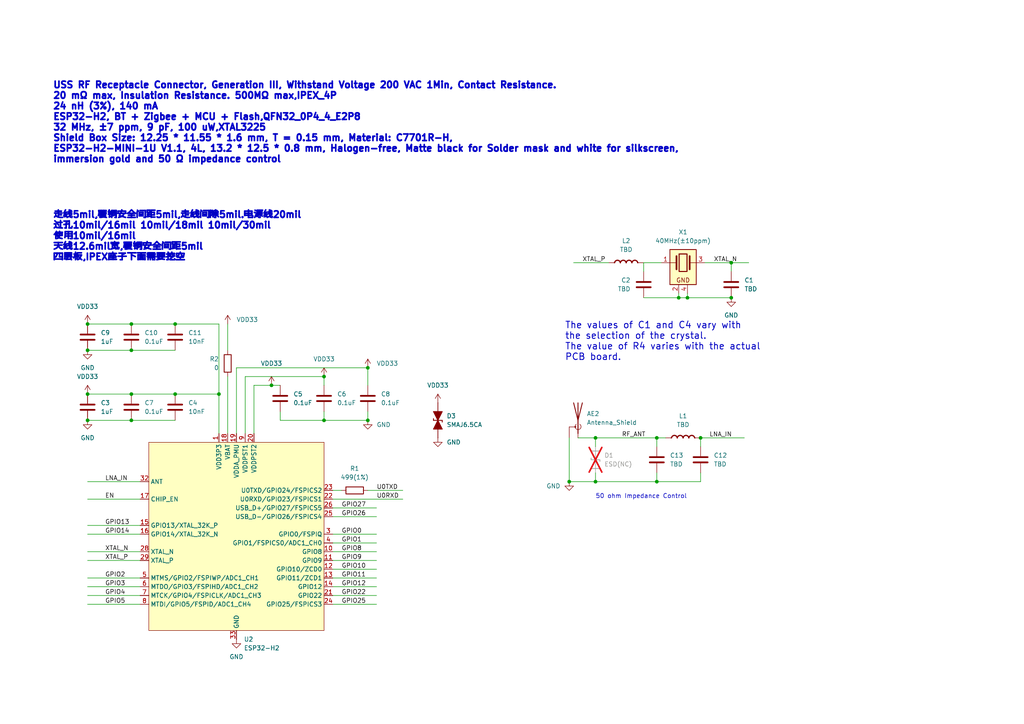
<source format=kicad_sch>
(kicad_sch (version 20250114) (generator "eeschema") (generator_version "9.0")
  (paper "A4")
  (lib_symbols
    (symbol "Device:Antenna_Shield" (pin_numbers (hide yes)) (pin_names (offset 1.016) (hide yes))
      (property "Reference" "AE" (at -1.905 4.445 0))
      (property "Value" "Antenna_Shield" (at -1.905 2.54 0))
      (symbol "Antenna_Shield_0_1"
        (arc (start 0 -2.667) (mid -0.8485 -2.1032) (end -0.508 -1.143))
        (polyline (pts (xy 0 5.08) (xy 0 -3.81)) (stroke (width 0.254)))
        (polyline (pts (xy 0 -2.54) (xy 0 0)))
        (arc (start 0.508 -1.143) (mid 0.8046 -2.0885) (end 0 -2.667))
        (polyline (pts (xy 0.762 -1.905) (xy 2.54 -1.905)))
        (circle (center 0.762 -1.905) (radius 0.1778) (fill (type outline)))
        (polyline (pts (xy 1.27 5.08) (xy 0 0) (xy -1.27 5.08)) (stroke (width 0.254)))
        (polyline (pts (xy 2.54 -2.54) (xy 2.54 -1.905)))
      )
      (symbol "Antenna_Shield_1_1"
        (pin input line (at 0 -5.08 90) (length 2.54) (name "A") (number "1"))
        (pin input line (at 2.54 -5.08 90) (length 2.54) (name "Shield") (number "2"))
      )
    )
    (symbol "Diode:ESD9B5.0ST5G" (pin_numbers (hide yes)) (pin_names (offset 1.016) (hide yes))
      (property "Reference" "D" (at 0 2.54 0))
      (property "Value" "ESD9B5.0ST5G" (at 0 -2.54 0))
      (symbol "ESD9B5.0ST5G_0_1"
        (polyline (pts (xy -2.54 -1.27) (xy 0 0) (xy -2.54 1.27) (xy -2.54 -1.27)) (stroke (width 0.2032)))
        (polyline (pts (xy 0.508 1.27) (xy 0 1.27) (xy 0 -1.27) (xy -0.508 -1.27)) (stroke (width 0.2032)))
        (polyline (pts (xy 1.27 0) (xy -1.27 0)))
        (polyline (pts (xy 2.54 1.27) (xy 2.54 -1.27) (xy 0 0) (xy 2.54 1.27)) (stroke (width 0.2032)))
      )
      (symbol "ESD9B5.0ST5G_1_1"
        (pin passive line (at -3.81 0 0) (length 2.54) (name "A1") (number "1"))
        (pin passive line (at 3.81 0 180) (length 2.54) (name "A2") (number "2"))
      )
    )
    (symbol "PCM_Capacitor_AKL:C_1206" (pin_numbers (hide yes)) (pin_names (offset 0.254))
      (property "Reference" "C" (at 0.635 2.54 0))
      (property "Value" "C_1206" (at 0.635 -2.54 0))
      (symbol "C_1206_0_1"
        (polyline (pts (xy -2.032 0.762) (xy 2.032 0.762)) (stroke (width 0.508)))
        (polyline (pts (xy -2.032 -0.762) (xy 2.032 -0.762)) (stroke (width 0.508)))
      )
      (symbol "C_1206_0_2"
        (polyline (pts (xy -2.54 -2.54) (xy -0.381 -0.381)))
        (polyline (pts (xy -0.508 -0.508) (xy -1.651 0.635)) (stroke (width 0.508)))
        (polyline (pts (xy -0.508 -0.508) (xy 0.635 -1.651)) (stroke (width 0.508)))
        (polyline (pts (xy 0.381 0.381) (xy 2.54 2.54)))
        (polyline (pts (xy 0.508 0.508) (xy -0.635 1.651)) (stroke (width 0.508)))
        (polyline (pts (xy 0.508 0.508) (xy 1.651 -0.635)) (stroke (width 0.508)))
      )
      (symbol "C_1206_1_1"
        (pin passive line (at 0 3.81 270) (length 2.794) (name "~") (number "1"))
        (pin passive line (at 0 -3.81 90) (length 2.794) (name "~") (number "2"))
      )
      (symbol "C_1206_1_2"
        (pin passive line (at -2.54 -2.54 90) (length 0) (name "~") (number "2"))
        (pin passive line (at 2.54 2.54 270) (length 0) (name "~") (number "1"))
      )
    )
    (symbol "PCM_Crystal_AKL:SMD3225-4" (pin_names (offset 1.016) (hide yes))
      (property "Reference" "X" (at 0 8.89 0))
      (property "Value" "SMD3225-4" (at 0 6.35 0))
      (symbol "SMD3225-4_0_1"
        (rectangle (start -3.81 3.81) (end 3.81 -6.35) (stroke (width 0.254)) (fill (type background)))
        (polyline (pts (xy -3.81 0) (xy -1.905 0)))
        (polyline (pts (xy -1.905 -1.905) (xy -1.905 1.905)) (stroke (width 0.508)))
        (rectangle (start -1.143 2.54) (end 1.143 -2.54) (stroke (width 0.3048)))
        (polyline (pts (xy 1.905 -1.905) (xy 1.905 1.905)) (stroke (width 0.508)))
        (polyline (pts (xy 3.81 0) (xy 1.905 0)))
        (text "GND" (at 0 -5.08 0) (effects (font (size 1.27 1.27))))
      )
      (symbol "SMD3225-4_1_1"
        (pin passive line (at -6.35 0 0) (length 2.54) (name "1") (number "1"))
        (pin passive line (at -1.27 -8.89 90) (length 2.54) (name "2") (number "2"))
        (pin passive line (at 1.27 -8.89 90) (length 2.54) (name "4") (number "4"))
        (pin passive line (at 6.35 0 180) (length 2.54) (name "3") (number "3"))
      )
    )
    (symbol "PCM_Diode_TVS_AKL:SMAJ6.5CA" (pin_numbers (hide yes)) (pin_names (offset 1.016) (hide yes))
      (property "Reference" "D" (at 0 5.08 0))
      (property "Value" "SMAJ6.5CA" (at 0 2.54 0))
      (symbol "SMAJ6.5CA_0_1"
        (polyline (pts (xy 0 1.27) (xy 0 -1.27)) (stroke (width 0.254)))
        (polyline (pts (xy 0 1.27) (xy 0.508 1.27)) (stroke (width 0.254)))
        (polyline (pts (xy 0 0) (xy -2.54 1.27) (xy -2.54 -1.27) (xy 0 0)) (stroke (width 0.254)) (fill (type outline)))
        (polyline (pts (xy 0 -1.27) (xy -0.508 -1.27)) (stroke (width 0.254)))
        (polyline (pts (xy 1.27 0) (xy -1.27 0)))
        (polyline (pts (xy 2.54 1.27) (xy 2.54 -1.27) (xy 0 0) (xy 2.54 1.27)) (stroke (width 0.254)) (fill (type outline)))
      )
      (symbol "SMAJ6.5CA_0_2"
        (polyline (pts (xy -3.81 -3.81) (xy 3.81 3.81)))
        (polyline (pts (xy -1.778 -1.778) (xy -2.667 -0.889) (xy 0 0) (xy -0.889 -2.667) (xy -1.778 -1.778)) (stroke (width 0.254)) (fill (type outline)))
        (polyline (pts (xy -0.889 0.889) (xy -1.27 0.508)) (stroke (width 0.254)))
        (polyline (pts (xy -0.889 0.889) (xy 0.889 -0.889)) (stroke (width 0.254)))
        (polyline (pts (xy 0.889 -0.889) (xy 1.27 -0.508)) (stroke (width 0.254)))
        (polyline (pts (xy 1.778 1.778) (xy 2.667 0.889) (xy 0 0) (xy 0.889 2.667) (xy 1.778 1.778)) (stroke (width 0.254)) (fill (type outline)))
      )
      (symbol "SMAJ6.5CA_1_1"
        (pin passive line (at -5.08 0 0) (length 2.54) (name "K") (number "1"))
        (pin passive line (at 5.08 0 180) (length 2.54) (name "A") (number "2"))
      )
      (symbol "SMAJ6.5CA_1_2"
        (pin passive line (at -3.81 -3.81 0) (length 0) (name "A") (number "2"))
        (pin passive line (at 3.81 3.81 180) (length 0) (name "K") (number "1"))
      )
    )
    (symbol "PCM_Elektuur:L" (pin_numbers (hide yes)) (pin_names (offset 0) (hide yes))
      (property "Reference" "L" (at 2.54 3.175 0))
      (property "Value" "L" (at 2.54 -3.175 0))
      (symbol "L_1_0"
        (arc (start 0 3.302) (mid 0.6604 2.5146) (end 0 1.7272) (stroke (width 0.254)))
        (arc (start 0 1.6256) (mid 0.6604 0.8382) (end 0 0.0508) (stroke (width 0.254)))
        (arc (start 0 -0.0508) (mid 0.6604 -0.8382) (end 0 -1.6256) (stroke (width 0.254)))
        (arc (start 0 -1.7272) (mid 0.6604 -2.5146) (end 0 -3.302) (stroke (width 0.254)))
        (arc (start 0 3.4036) (mid 0.762 2.5146) (end 0 1.6256) (stroke (width 0.254)))
        (arc (start 0 1.7272) (mid 0.762 0.8382) (end 0 -0.0508) (stroke (width 0.254)))
        (arc (start 0 0.0508) (mid 0.762 -0.8382) (end 0 -1.7272) (stroke (width 0.254)))
        (arc (start 0 -1.6256) (mid 0.762 -2.5146) (end 0 -3.4036) (stroke (width 0.254)))
        (polyline (pts (xy 0 3.5052) (xy 0 3.302)) (stroke (width 0.254)))
        (polyline (pts (xy 0 1.7272) (xy 0 1.6256)) (stroke (width 0.254)))
        (polyline (pts (xy 0 0.0508) (xy 0 -0.0508)) (stroke (width 0.254)))
        (polyline (pts (xy 0 -1.6256) (xy 0 -1.7272)) (stroke (width 0.254)))
        (polyline (pts (xy 0 -3.302) (xy 0 -3.5052)) (stroke (width 0.254)))
        (pin passive line (at 0 5.08 270) (length 1.5748) (name "+") (number "1"))
        (pin passive line (at 0 -5.08 90) (length 1.5748) (name "-") (number "2"))
      )
      (symbol "L_1_2"
        (rectangle (start 1.524 3.3782) (end 1.9812 -3.3782) (stroke (width 0.254)) (fill (type outline)))
      )
      (symbol "L_1_3"
        (rectangle (start 1.524 3.0988) (end 1.9812 1.9304) (stroke (width 0.254)) (fill (type outline)))
        (rectangle (start 1.524 1.4224) (end 1.9812 0.254) (stroke (width 0.254)) (fill (type outline)))
        (rectangle (start 1.524 -0.254) (end 1.9812 -1.4224) (stroke (width 0.254)) (fill (type outline)))
        (rectangle (start 1.524 -1.9304) (end 1.9812 -3.0988) (stroke (width 0.254)) (fill (type outline)))
      )
    )
    (symbol "PCM_Espressif:ESP32-H2"
      (property "Reference" "U" (at -25.4 30.48 0))
      (property "Value" "ESP32-H2" (at 20.32 30.48 0))
      (symbol "ESP32-H2_0_1"
        (rectangle (start -25.4 29.21) (end 25.4 -25.4) (fill (type background)))
      )
      (symbol "ESP32-H2_1_1"
        (pin bidirectional line (at -27.94 17.78 0) (length 2.54) (name "ANT") (number "32"))
        (pin input line (at -27.94 12.7 0) (length 2.54) (name "CHIP_EN") (number "17"))
        (pin bidirectional line (at -27.94 5.08 0) (length 2.54) (name "GPIO13/XTAL_32K_P") (number "15"))
        (pin bidirectional line (at -27.94 2.54 0) (length 2.54) (name "GPIO14/XTAL_32K_N") (number "16"))
        (pin output line (at -27.94 -2.54 0) (length 2.54) (name "XTAL_N") (number "28"))
        (pin input line (at -27.94 -5.08 0) (length 2.54) (name "XTAL_P") (number "29"))
        (pin bidirectional line (at -27.94 -10.16 0) (length 2.54) (name "MTMS/GPIO2/FSPIWP/ADC1_CH1") (number "5"))
        (pin bidirectional line (at -27.94 -12.7 0) (length 2.54) (name "MTDO/GPIO3/FSPIHD/ADC1_CH2") (number "6"))
        (pin bidirectional line (at -27.94 -15.24 0) (length 2.54) (name "MTCK/GPIO4/FSPICLK/ADC1_CH3") (number "7"))
        (pin bidirectional line (at -27.94 -17.78 0) (length 2.54) (name "MTDI/GPIO5/FSPID/ADC1_CH4") (number "8"))
        (pin power_in line (at -5.08 31.75 270) (length 2.54) (name "VDD3P3") (number "1"))
        (pin passive line (at -5.08 31.75 270) (length 2.54) (hide yes) (name "VDD3P3") (number "2"))
        (pin passive line (at -5.08 31.75 270) (length 2.54) (hide yes) (name "VDD3P3") (number "27"))
        (pin passive line (at -5.08 31.75 270) (length 2.54) (hide yes) (name "VDD3P3") (number "30"))
        (pin passive line (at -5.08 31.75 270) (length 2.54) (hide yes) (name "VDD3P3") (number "31"))
        (pin power_in line (at -2.54 31.75 270) (length 2.54) (name "VBAT") (number "18"))
        (pin power_in line (at 0 31.75 270) (length 2.54) (name "VDDA_PMU") (number "19"))
        (pin power_in line (at 0 -27.94 90) (length 2.54) (name "GND") (number "33"))
        (pin power_in line (at 2.54 31.75 270) (length 2.54) (name "VDDPST1") (number "9"))
        (pin power_in line (at 5.08 31.75 270) (length 2.54) (name "VDDPST2") (number "20"))
        (pin bidirectional line (at 27.94 15.24 180) (length 2.54) (name "U0TXD/GPIO24/FSPICS2") (number "23"))
        (pin bidirectional line (at 27.94 12.7 180) (length 2.54) (name "U0RXD/GPIO23/FSPICS1") (number "22"))
        (pin bidirectional line (at 27.94 10.16 180) (length 2.54) (name "USB_D+/GPIO27/FSPICS5") (number "26"))
        (pin bidirectional line (at 27.94 7.62 180) (length 2.54) (name "USB_D-/GPIO26/FSPICS4") (number "25"))
        (pin bidirectional line (at 27.94 2.54 180) (length 2.54) (name "GPIO0/FSPIQ") (number "3"))
        (pin bidirectional line (at 27.94 0 180) (length 2.54) (name "GPIO1/FSPICS0/ADC1_CH0") (number "4"))
        (pin bidirectional line (at 27.94 -2.54 180) (length 2.54) (name "GPIO8") (number "10"))
        (pin bidirectional line (at 27.94 -5.08 180) (length 2.54) (name "GPIO9") (number "11"))
        (pin bidirectional line (at 27.94 -7.62 180) (length 2.54) (name "GPIO10/ZCD0") (number "12"))
        (pin bidirectional line (at 27.94 -10.16 180) (length 2.54) (name "GPIO11/ZCD1") (number "13"))
        (pin bidirectional line (at 27.94 -12.7 180) (length 2.54) (name "GPIO12") (number "14"))
        (pin bidirectional line (at 27.94 -15.24 180) (length 2.54) (name "GPIO22") (number "21"))
        (pin bidirectional line (at 27.94 -17.78 180) (length 2.54) (name "GPIO25/FSPICS3") (number "24"))
      )
    )
    (symbol "PCM_Resistor_AKL:R_1206" (pin_numbers (hide yes)) (pin_names (offset 0))
      (property "Reference" "R" (at 2.54 1.27 0))
      (property "Value" "R_1206" (at 2.54 -1.27 0))
      (symbol "R_1206_0_1"
        (rectangle (start -1.016 2.54) (end 1.016 -2.54) (stroke (width 0.254)))
      )
      (symbol "R_1206_0_2"
        (polyline (pts (xy -2.54 -2.54) (xy -1.524 -1.524)))
        (polyline (pts (xy 1.524 1.524) (xy 2.54 2.54)))
        (polyline (pts (xy 1.524 1.524) (xy 0.889 2.159) (xy -2.159 -0.889) (xy -0.889 -2.159) (xy 2.159 0.889) (xy 1.524 1.524)) (stroke (width 0.254)))
      )
      (symbol "R_1206_1_1"
        (pin passive line (at 0 3.81 270) (length 1.27) (name "~") (number "1"))
        (pin passive line (at 0 -3.81 90) (length 1.27) (name "~") (number "2"))
      )
      (symbol "R_1206_1_2"
        (pin passive line (at -2.54 -2.54 0) (length 0) (name "") (number "2"))
        (pin passive line (at 2.54 2.54 180) (length 0) (name "") (number "1"))
      )
    )
    (symbol "power:+3.3V" (power) (pin_numbers (hide yes)) (pin_names (offset 0) (hide yes))
      (property "Value" "+3.3V" (at 0 3.556 0))
      (symbol "+3.3V_0_1"
        (polyline (pts (xy -0.762 1.27) (xy 0 2.54)))
        (polyline (pts (xy 0 2.54) (xy 0.762 1.27)))
        (polyline (pts (xy 0 0) (xy 0 2.54)))
      )
      (symbol "+3.3V_1_1"
        (pin power_in line (at 0 0 90) (length 0) (name "~") (number "1"))
      )
    )
    (symbol "power:GND" (power) (pin_numbers (hide yes)) (pin_names (offset 0) (hide yes))
      (property "Value" "GND" (at 0 -3.81 0))
      (symbol "GND_0_1"
        (polyline (pts (xy 0 0) (xy 0 -1.27) (xy 1.27 -1.27) (xy 0 -2.54) (xy -1.27 -1.27) (xy 0 -1.27)))
      )
      (symbol "GND_1_1"
        (pin power_in line (at 0 0 270) (length 0) (name "~") (number "1"))
      )
    )
  )
  (text "50 ohm Impedance Control" (at 172.72 144.78 0) (effects (font (size 1.27 1.27)) (justify left bottom)))
  (text "The values of C1 and C4 vary with\nthe selection of the crystal.\nThe value of R4 varies with the actual\nPCB board." (exclude_from_sim yes) (at 163.83 99.06 0) (effects (font (size 1.905 1.905) (thickness 0.2381)) (justify left)))
  (text "USS RF Receptacle Connector, Generation III, Withstand Voltage 200 VAC 1Min, Contact Resistance. \n20 mΩ max, Insulation Resistance. 500MΩ max,IPEX_4P\n24 nH (3%), 140 mA\nESP32-H2, BT + Zigbee + MCU + Flash,QFN32_0P4_4_E2P8\n32 MHz, ±7 ppm, 9 pF, 100 uW,XTAL3225\nShield Box Size: 12.25 * 11.55 * 1.6 mm, T = 0.15 mm, Material: C7701R-H,\nESP32-H2-MINI-1U V1.1, 4L, 13.2 * 12.5 * 0.8 mm, Halogen-free, Matte black for Solder mask and white for silkscreen, \nimmersion gold and 50 Ω impedance control" (exclude_from_sim yes) (at 15.24 35.56 0) (effects (font (size 1.905 1.905) (thickness 0.508) (bold yes)) (justify left)))
  (text "走线5mil,覆铜安全间距5mil,走线间隙5mil.电源线20mil\n过孔10mil/16mil 10mil/18mil 10mil/30mil\n使用10mil/16mil\n天线12.6mil宽,覆铜安全间距5mil\n四层板,IPEX座子下面需要挖空" (exclude_from_sim yes) (at 15.24 68.58 0) (effects (font (size 1.905 1.905) (thickness 0.508) (bold yes)) (justify left)))
  (junction (at 25.4 121.92))
  (junction (at 78.74 111.76))
  (junction (at 63.5 114.3))
  (junction (at 50.8 93.98))
  (junction (at 212.09 76.2))
  (junction (at 38.1 93.98))
  (junction (at 106.68 121.92))
  (junction (at 25.4 114.3))
  (junction (at 190.5 139.7))
  (junction (at 172.72 127))
  (junction (at 25.4 93.98))
  (junction (at 38.1 114.3))
  (junction (at 196.85 86.36))
  (junction (at 38.1 101.6))
  (junction (at 190.5 127))
  (junction (at 50.8 114.3))
  (junction (at 106.68 106.68))
  (junction (at 203.2 127))
  (junction (at 165.1 139.7))
  (junction (at 25.4 101.6))
  (junction (at 93.98 121.92))
  (junction (at 172.72 139.7))
  (junction (at 38.1 121.92))
  (junction (at 212.09 86.36))
  (junction (at 93.98 109.22))
  (junction (at 199.39 86.36))
  (wire (pts (xy 63.5 125.73) (xy 63.5 114.3)))
  (wire (pts (xy 66.04 109.22) (xy 66.04 125.73)))
  (wire (pts (xy 204.47 76.2) (xy 212.09 76.2)))
  (wire (pts (xy 190.5 127) (xy 190.5 129.54)))
  (wire (pts (xy 199.39 86.36) (xy 212.09 86.36)))
  (wire (pts (xy 172.72 139.7) (xy 190.5 139.7)))
  (wire (pts (xy 96.52 175.26) (xy 109.22 175.26)))
  (wire (pts (xy 96.52 170.18) (xy 109.22 170.18)))
  (wire (pts (xy 96.52 154.94) (xy 109.22 154.94)))
  (wire (pts (xy 96.52 160.02) (xy 109.22 160.02)))
  (wire (pts (xy 68.58 106.68) (xy 106.68 106.68)))
  (wire (pts (xy 106.68 106.68) (xy 106.68 111.76)))
  (wire (pts (xy 96.52 165.1) (xy 109.22 165.1)))
  (wire (pts (xy 96.52 157.48) (xy 109.22 157.48)))
  (wire (pts (xy 96.52 172.72) (xy 109.22 172.72)))
  (wire (pts (xy 165.1 127) (xy 165.1 139.7)))
  (wire (pts (xy 25.4 152.4) (xy 40.64 152.4)))
  (wire (pts (xy 73.66 125.73) (xy 73.66 111.76)))
  (wire (pts (xy 25.4 172.72) (xy 40.64 172.72)))
  (wire (pts (xy 96.52 149.86) (xy 109.22 149.86)))
  (wire (pts (xy 212.09 76.2) (xy 212.09 78.74)))
  (wire (pts (xy 190.5 137.16) (xy 190.5 139.7)))
  (wire (pts (xy 25.4 162.56) (xy 40.64 162.56)))
  (wire (pts (xy 96.52 147.32) (xy 109.22 147.32)))
  (wire (pts (xy 96.52 144.78) (xy 116.84 144.78)))
  (wire (pts (xy 71.12 125.73) (xy 71.12 109.22)))
  (wire (pts (xy 172.72 127) (xy 172.72 129.54)))
  (wire (pts (xy 25.4 139.7) (xy 40.64 139.7)))
  (wire (pts (xy 63.5 93.98) (xy 63.5 114.3)))
  (wire (pts (xy 203.2 129.54) (xy 203.2 127)))
  (wire (pts (xy 165.1 139.7) (xy 172.72 139.7)))
  (wire (pts (xy 203.2 127) (xy 215.9 127)))
  (wire (pts (xy 68.58 125.73) (xy 68.58 106.68)))
  (wire (pts (xy 81.28 121.92) (xy 93.98 121.92)))
  (wire (pts (xy 93.98 121.92) (xy 106.68 121.92)))
  (wire (pts (xy 25.4 167.64) (xy 40.64 167.64)))
  (wire (pts (xy 203.2 139.7) (xy 203.2 137.16)))
  (wire (pts (xy 106.68 121.92) (xy 106.68 119.38)))
  (wire (pts (xy 38.1 121.92) (xy 50.8 121.92)))
  (wire (pts (xy 38.1 101.6) (xy 50.8 101.6)))
  (wire (pts (xy 25.4 160.02) (xy 40.64 160.02)))
  (wire (pts (xy 25.4 121.92) (xy 38.1 121.92)))
  (wire (pts (xy 93.98 109.22) (xy 93.98 111.76)))
  (wire (pts (xy 96.52 167.64) (xy 109.22 167.64)))
  (wire (pts (xy 96.52 162.56) (xy 109.22 162.56)))
  (wire (pts (xy 71.12 109.22) (xy 93.98 109.22)))
  (wire (pts (xy 78.74 111.76) (xy 81.28 111.76)))
  (wire (pts (xy 172.72 137.16) (xy 172.72 139.7)))
  (wire (pts (xy 186.69 86.36) (xy 196.85 86.36)))
  (wire (pts (xy 166.37 76.2) (xy 176.53 76.2)))
  (wire (pts (xy 73.66 111.76) (xy 78.74 111.76)))
  (wire (pts (xy 193.04 127) (xy 190.5 127)))
  (wire (pts (xy 106.68 142.24) (xy 116.84 142.24)))
  (wire (pts (xy 50.8 114.3) (xy 38.1 114.3)))
  (wire (pts (xy 196.85 86.36) (xy 199.39 86.36)))
  (wire (pts (xy 50.8 93.98) (xy 63.5 93.98)))
  (wire (pts (xy 81.28 119.38) (xy 81.28 121.92)))
  (wire (pts (xy 25.4 154.94) (xy 40.64 154.94)))
  (wire (pts (xy 167.64 127) (xy 172.72 127)))
  (wire (pts (xy 38.1 93.98) (xy 25.4 93.98)))
  (wire (pts (xy 25.4 101.6) (xy 38.1 101.6)))
  (wire (pts (xy 93.98 121.92) (xy 93.98 119.38)))
  (wire (pts (xy 38.1 114.3) (xy 25.4 114.3)))
  (wire (pts (xy 212.09 76.2) (xy 217.17 76.2)))
  (wire (pts (xy 96.52 142.24) (xy 99.06 142.24)))
  (wire (pts (xy 25.4 170.18) (xy 40.64 170.18)))
  (wire (pts (xy 25.4 144.78) (xy 40.64 144.78)))
  (wire (pts (xy 66.04 93.98) (xy 66.04 101.6)))
  (wire (pts (xy 186.69 76.2) (xy 186.69 78.74)))
  (wire (pts (xy 199.39 85.09) (xy 199.39 86.36)))
  (wire (pts (xy 50.8 93.98) (xy 38.1 93.98)))
  (wire (pts (xy 190.5 139.7) (xy 203.2 139.7)))
  (wire (pts (xy 186.69 76.2) (xy 191.77 76.2)))
  (wire (pts (xy 25.4 175.26) (xy 40.64 175.26)))
  (wire (pts (xy 172.72 127) (xy 190.5 127)))
  (wire (pts (xy 63.5 114.3) (xy 50.8 114.3)))
  (wire (pts (xy 196.85 85.09) (xy 196.85 86.36)))
  (label "XTAL_N" (at 30.48 160.02 0))
  (label "GPIO4" (at 30.48 172.72 0))
  (label "U0RXD" (at 109.22 144.78 0))
  (label "GPIO10" (at 99.06 165.1 0))
  (label "GPIO0" (at 99.06 154.94 0))
  (label "GPIO13" (at 30.48 152.4 0))
  (label "GPIO3" (at 30.48 170.18 0))
  (label "GPIO27" (at 99.06 147.32 0))
  (label "EN" (at 30.48 144.78 0))
  (label "GPIO1" (at 99.06 157.48 0))
  (label "GPIO8" (at 99.06 160.02 0))
  (label "GPIO25" (at 99.06 175.26 0))
  (label "GPIO5" (at 30.48 175.26 0))
  (label "GPIO14" (at 30.48 154.94 0))
  (label "GPIO26" (at 99.06 149.86 0))
  (label "RF_ANT" (at 180.34 127 0))
  (label "GPIO11" (at 99.06 167.64 0))
  (label "GPIO22" (at 99.06 172.72 0))
  (label "LNA_IN" (at 30.48 139.7 0))
  (label "XTAL_P" (at 168.91 76.2 0))
  (label "XTAL_N" (at 207.01 76.2 0))
  (label "GPIO2" (at 30.48 167.64 0))
  (label "U0TXD" (at 109.22 142.24 0))
  (label "GPIO9" (at 99.06 162.56 0))
  (label "LNA_IN" (at 205.74 127 0))
  (label "GPIO12" (at 99.06 170.18 0))
  (label "XTAL_P" (at 30.48 162.56 0))
  (symbol (lib_id "PCM_Capacitor_AKL:C_1206") (at 212.09 82.55 0) (mirror y) (unit 1)
    (property "Reference" "C1" (at 215.9 81.2799 0) (effects (justify right)))
    (property "Value" "TBD" (at 215.9 83.8199 0) (effects (justify right)))
    (property "Footprint" "PCM_Capacitor_SMD_AKL:C_1206_3216Metric" (effects (hide yes)))
    (property "Description" "SMD 1206 MLCC capacitor, Alternate KiCad Library" (effects (hide yes)))
  )
  (symbol (lib_id "power:GND") (at 25.4 121.92 0) (unit 1)
    (property "Reference" "#PWR01" (effects (hide yes)))
    (property "Value" "GND" (at 25.4 127 0))
    (property "Description" "Power symbol creates a global label with name \"GND\" , ground" (effects (hide yes)))
  )
  (symbol (lib_id "power:GND") (at 68.58 185.42 0) (unit 1)
    (property "Reference" "#PWR02" (effects (hide yes)))
    (property "Value" "GND" (at 68.58 190.5 0))
    (property "Description" "Power symbol creates a global label with name \"GND\" , ground" (effects (hide yes)))
  )
  (symbol (lib_id "PCM_Capacitor_AKL:C_1206") (at 93.98 115.57 0) (unit 1)
    (property "Reference" "C6" (at 97.79 114.2999 0) (effects (justify left)))
    (property "Value" "0.1uF" (at 97.79 116.8399 0) (effects (justify left)))
    (property "Footprint" "PCM_Capacitor_SMD_AKL:C_1206_3216Metric" (effects (hide yes)))
    (property "Description" "SMD 1206 MLCC capacitor, Alternate KiCad Library" (effects (hide yes)))
  )
  (symbol (lib_id "power:GND") (at 165.1 139.7 0) (unit 1)
    (property "Reference" "#PWR015" (effects (hide yes)))
    (property "Value" "GND" (at 162.56 140.9699 0) (effects (justify right)))
    (property "Description" "Power symbol creates a global label with name \"GND\" , ground" (effects (hide yes)))
  )
  (symbol (lib_id "power:+3.3V") (at 127 116.84 0) (unit 1)
    (property "Reference" "#PWR013" (effects (hide yes)))
    (property "Value" "VDD33" (at 127 111.76 0))
    (property "Description" "Power symbol creates a global label with name \"+3.3V\"" (effects (hide yes)))
  )
  (symbol (lib_id "PCM_Elektuur:L") (at 198.12 127 90) (unit 1)
    (property "Reference" "L1" (at 198.12 120.65 90))
    (property "Value" "TBD" (at 198.12 123.19 90))
    (property "Description" "coil/winding/inductor/choke/reactor" (effects (hide yes)))
    (property "Indicator" "●" (effects (hide yes)))
    (property "Rating" "A" (effects (hide yes)))
  )
  (symbol (lib_id "power:GND") (at 106.68 121.92 0) (unit 1)
    (property "Reference" "#PWR09" (effects (hide yes)))
    (property "Value" "GND" (at 109.22 123.1899 0) (effects (justify left)))
    (property "Description" "Power symbol creates a global label with name \"GND\" , ground" (effects (hide yes)))
  )
  (symbol (lib_id "power:+3.3V") (at 93.98 109.22 0) (unit 1)
    (property "Reference" "#PWR08" (effects (hide yes)))
    (property "Value" "VDD33" (at 93.98 104.14 0))
    (property "Description" "Power symbol creates a global label with name \"+3.3V\"" (effects (hide yes)))
  )
  (symbol (lib_id "PCM_Diode_TVS_AKL:SMAJ6.5CA") (at 127 121.92 90) (unit 1)
    (property "Reference" "D3" (at 129.54 120.6499 90) (effects (justify right)))
    (property "Value" "SMAJ6.5CA" (at 129.54 123.1899 90) (effects (justify right)))
    (property "Footprint" "PCM_Diode_SMD_AKL:D_SMA_TVS" (effects (hide yes)))
    (property "Datasheet" "https://www.tme.eu/Document/dbc72d81c249fe51b6ab42300e8e06d0/SMAJ_ser.pdf" (effects (hide yes)))
    (property "Description" "SMA Bidirectional TVS Diode, 6.5V, 400W, Alternate KiCAD Library" (effects (hide yes)))
  )
  (symbol (lib_id "power:GND") (at 25.4 101.6 0) (unit 1)
    (property "Reference" "#PWR012" (effects (hide yes)))
    (property "Value" "GND" (at 25.4 106.68 0))
    (property "Description" "Power symbol creates a global label with name \"GND\" , ground" (effects (hide yes)))
  )
  (symbol (lib_id "Device:Antenna_Shield") (at 167.64 121.92 0) (mirror y) (unit 1)
    (property "Reference" "AE2" (at 170.18 120.0149 0) (effects (justify right)))
    (property "Value" "Antenna_Shield" (at 170.18 122.5549 0) (effects (justify right)))
    (property "Description" "Antenna with extra pin for shielding" (effects (hide yes)))
  )
  (symbol (lib_id "power:+3.3V") (at 78.74 111.76 0) (unit 1)
    (property "Reference" "#PWR07" (effects (hide yes)))
    (property "Value" "VDD33" (at 78.74 105.41 0))
    (property "Description" "Power symbol creates a global label with name \"+3.3V\"" (effects (hide yes)))
  )
  (symbol (lib_id "PCM_Capacitor_AKL:C_1206") (at 186.69 82.55 0) (unit 1)
    (property "Reference" "C2" (at 182.88 81.2799 0) (effects (justify right)))
    (property "Value" "TBD" (at 182.88 83.8199 0) (effects (justify right)))
    (property "Footprint" "PCM_Capacitor_SMD_AKL:C_1206_3216Metric" (effects (hide yes)))
    (property "Description" "SMD 1206 MLCC capacitor, Alternate KiCad Library" (effects (hide yes)))
  )
  (symbol (lib_id "power:+3.3V") (at 25.4 93.98 0) (unit 1)
    (property "Reference" "#PWR011" (effects (hide yes)))
    (property "Value" "VDD33" (at 25.4 88.9 0))
    (property "Description" "Power symbol creates a global label with name \"+3.3V\"" (effects (hide yes)))
  )
  (symbol (lib_id "PCM_Crystal_AKL:SMD3225-4") (at 198.12 76.2 0) (unit 1)
    (property "Reference" "X1" (at 198.12 67.31 0))
    (property "Value" "40MHz(±10ppm)" (at 198.12 69.85 0))
    (property "Footprint" "PCM_Crystal_AKL:Crystal_SMD_3225-4Pin_3.2x2.5mm" (effects (hide yes)))
    (property "Description" "SMD Quartz crystal, 4 terminals, 3.2mm x 2.5mm, Alternate KiCad Library" (effects (hide yes)))
  )
  (symbol (lib_id "PCM_Elektuur:L") (at 181.61 76.2 90) (unit 1)
    (property "Reference" "L2" (at 181.61 69.85 90))
    (property "Value" "TBD" (at 181.61 72.39 90))
    (property "Description" "coil/winding/inductor/choke/reactor" (effects (hide yes)))
    (property "Indicator" "●" (effects (hide yes)))
    (property "Rating" "A" (effects (hide yes)))
  )
  (symbol (lib_id "PCM_Capacitor_AKL:C_1206") (at 25.4 118.11 0) (unit 1)
    (property "Reference" "C3" (at 29.21 116.8399 0) (effects (justify left)))
    (property "Value" "1uF" (at 29.21 119.3799 0) (effects (justify left)))
    (property "Footprint" "PCM_Capacitor_SMD_AKL:C_1206_3216Metric" (effects (hide yes)))
    (property "Description" "SMD 1206 MLCC capacitor, Alternate KiCad Library" (effects (hide yes)))
  )
  (symbol (lib_id "PCM_Capacitor_AKL:C_1206") (at 25.4 97.79 0) (unit 1)
    (property "Reference" "C9" (at 29.21 96.5199 0) (effects (justify left)))
    (property "Value" "1uF" (at 29.21 99.0599 0) (effects (justify left)))
    (property "Footprint" "PCM_Capacitor_SMD_AKL:C_1206_3216Metric" (effects (hide yes)))
    (property "Description" "SMD 1206 MLCC capacitor, Alternate KiCad Library" (effects (hide yes)))
  )
  (symbol (lib_id "PCM_Resistor_AKL:R_1206") (at 102.87 142.24 90) (unit 1)
    (property "Reference" "R1" (at 102.87 135.89 90))
    (property "Value" "499(1%)" (at 102.87 138.43 90))
    (property "Footprint" "PCM_Resistor_SMD_AKL:R_1206_3216Metric" (effects (hide yes)))
    (property "Description" "SMD 1206 Chip Resistor, European Symbol, Alternate KiCad Library" (effects (hide yes)))
  )
  (symbol (lib_id "power:+3.3V") (at 66.04 93.98 0) (unit 1)
    (property "Reference" "#PWR04" (effects (hide yes)))
    (property "Value" "VDD33" (at 68.58 92.7099 0) (effects (justify left)))
    (property "Description" "Power symbol creates a global label with name \"+3.3V\"" (effects (hide yes)))
  )
  (symbol (lib_id "power:GND") (at 127 127 0) (unit 1)
    (property "Reference" "#PWR014" (effects (hide yes)))
    (property "Value" "GND" (at 129.54 128.2699 0) (effects (justify left)))
    (property "Description" "Power symbol creates a global label with name \"GND\" , ground" (effects (hide yes)))
  )
  (symbol (lib_id "PCM_Capacitor_AKL:C_1206") (at 38.1 97.79 0) (unit 1)
    (property "Reference" "C10" (at 41.91 96.5199 0) (effects (justify left)))
    (property "Value" "0.1uF" (at 41.91 99.0599 0) (effects (justify left)))
    (property "Footprint" "PCM_Capacitor_SMD_AKL:C_1206_3216Metric" (effects (hide yes)))
    (property "Description" "SMD 1206 MLCC capacitor, Alternate KiCad Library" (effects (hide yes)))
  )
  (symbol (lib_id "PCM_Capacitor_AKL:C_1206") (at 106.68 115.57 0) (unit 1)
    (property "Reference" "C8" (at 110.49 114.2999 0) (effects (justify left)))
    (property "Value" "0.1uF" (at 110.49 116.8399 0) (effects (justify left)))
    (property "Footprint" "PCM_Capacitor_SMD_AKL:C_1206_3216Metric" (effects (hide yes)))
    (property "Description" "SMD 1206 MLCC capacitor, Alternate KiCad Library" (effects (hide yes)))
  )
  (symbol (lib_id "power:GND") (at 212.09 86.36 0) (unit 1)
    (property "Reference" "#PWR05" (effects (hide yes)))
    (property "Value" "GND" (at 212.09 91.44 0))
    (property "Description" "Power symbol creates a global label with name \"GND\" , ground" (effects (hide yes)))
  )
  (symbol (lib_id "PCM_Capacitor_AKL:C_1206") (at 203.2 133.35 0) (unit 1)
    (property "Reference" "C12" (at 207.01 132.0799 0) (effects (justify left)))
    (property "Value" "TBD" (at 207.01 134.6199 0) (effects (justify left)))
    (property "Footprint" "PCM_Capacitor_SMD_AKL:C_1206_3216Metric" (effects (hide yes)))
    (property "Description" "SMD 1206 MLCC capacitor, Alternate KiCad Library" (effects (hide yes)))
  )
  (symbol (lib_id "PCM_Capacitor_AKL:C_1206") (at 81.28 115.57 0) (unit 1)
    (property "Reference" "C5" (at 85.09 114.2999 0) (effects (justify left)))
    (property "Value" "0.1uF" (at 85.09 116.8399 0) (effects (justify left)))
    (property "Footprint" "PCM_Capacitor_SMD_AKL:C_1206_3216Metric" (effects (hide yes)))
    (property "Description" "SMD 1206 MLCC capacitor, Alternate KiCad Library" (effects (hide yes)))
  )
  (symbol (lib_id "power:+3.3V") (at 25.4 114.3 0) (unit 1)
    (property "Reference" "#PWR03" (effects (hide yes)))
    (property "Value" "VDD33" (at 25.4 109.22 0))
    (property "Description" "Power symbol creates a global label with name \"+3.3V\"" (effects (hide yes)))
  )
  (symbol (lib_id "PCM_Capacitor_AKL:C_1206") (at 50.8 118.11 0) (unit 1)
    (property "Reference" "C4" (at 54.61 116.8399 0) (effects (justify left)))
    (property "Value" "10nF" (at 54.61 119.3799 0) (effects (justify left)))
    (property "Footprint" "PCM_Capacitor_SMD_AKL:C_1206_3216Metric" (effects (hide yes)))
    (property "Description" "SMD 1206 MLCC capacitor, Alternate KiCad Library" (effects (hide yes)))
  )
  (symbol (lib_id "PCM_Capacitor_AKL:C_1206") (at 38.1 118.11 0) (unit 1)
    (property "Reference" "C7" (at 41.91 116.8399 0) (effects (justify left)))
    (property "Value" "0.1uF" (at 41.91 119.3799 0) (effects (justify left)))
    (property "Footprint" "PCM_Capacitor_SMD_AKL:C_1206_3216Metric" (effects (hide yes)))
    (property "Description" "SMD 1206 MLCC capacitor, Alternate KiCad Library" (effects (hide yes)))
  )
  (symbol (lib_id "PCM_Capacitor_AKL:C_1206") (at 190.5 133.35 0) (unit 1)
    (property "Reference" "C13" (at 194.31 132.0799 0) (effects (justify left)))
    (property "Value" "TBD" (at 194.31 134.6199 0) (effects (justify left)))
    (property "Footprint" "PCM_Capacitor_SMD_AKL:C_1206_3216Metric" (effects (hide yes)))
    (property "Description" "SMD 1206 MLCC capacitor, Alternate KiCad Library" (effects (hide yes)))
  )
  (symbol (lib_id "Diode:ESD9B5.0ST5G") (at 172.72 133.35 90) (unit 1) (dnp yes)
    (property "Reference" "D1" (at 175.26 132.0799 90) (effects (justify right)))
    (property "Value" "ESD(NC)" (at 175.26 134.6199 90) (effects (justify right)))
    (property "Footprint" "Diode_SMD:D_SOD-923" (effects (hide yes)))
    (property "Datasheet" "https://www.onsemi.com/pub/Collateral/ESD9B-D.PDF" (effects (hide yes)))
    (property "Description" "ESD protection diode, 5.0Vrwm, SOD-923" (effects (hide yes)))
  )
  (symbol (lib_id "PCM_Espressif:ESP32-H2") (at 68.58 157.48 0) (unit 1)
    (property "Reference" "U2" (at 70.7233 185.42 0) (effects (justify left)))
    (property "Value" "ESP32-H2" (at 70.7233 187.96 0) (effects (justify left)))
    (property "Footprint" "PCM_Espressif:QFN-32-1EP_4x4mm_P0.4mm_EP2.9x2.9mm" (effects (hide yes)))
    (property "Datasheet" "https://www.espressif.com/sites/default/files/documentation/esp32-h2_datasheet_en.pdf" (effects (hide yes)))
    (property "Description" "ESP32-H2, ultra-low-power SoC with RISC-V single-core microprocessor,Bluetooth 5 (LE), Zigbee and Thread (802.15.4),QFN-32" (effects (hide yes)))
  )
  (symbol (lib_id "PCM_Resistor_AKL:R_1206") (at 66.04 105.41 0) (mirror x) (unit 1)
    (property "Reference" "R2" (at 63.5 104.1399 0) (effects (justify right)))
    (property "Value" "0" (at 63.5 106.6799 0) (effects (justify right)))
    (property "Footprint" "PCM_Resistor_SMD_AKL:R_1206_3216Metric" (effects (hide yes)))
    (property "Description" "SMD 1206 Chip Resistor, European Symbol, Alternate KiCad Library" (effects (hide yes)))
  )
  (symbol (lib_id "power:+3.3V") (at 106.68 106.68 0) (unit 1)
    (property "Reference" "#PWR010" (effects (hide yes)))
    (property "Value" "VDD33" (at 109.22 105.4099 0) (effects (justify left)))
    (property "Description" "Power symbol creates a global label with name \"+3.3V\"" (effects (hide yes)))
  )
  (symbol (lib_id "PCM_Capacitor_AKL:C_1206") (at 50.8 97.79 0) (unit 1)
    (property "Reference" "C11" (at 54.61 96.5199 0) (effects (justify left)))
    (property "Value" "10nF" (at 54.61 99.0599 0) (effects (justify left)))
    (property "Footprint" "PCM_Capacitor_SMD_AKL:C_1206_3216Metric" (effects (hide yes)))
    (property "Description" "SMD 1206 MLCC capacitor, Alternate KiCad Library" (effects (hide yes)))
  )
)
</source>
